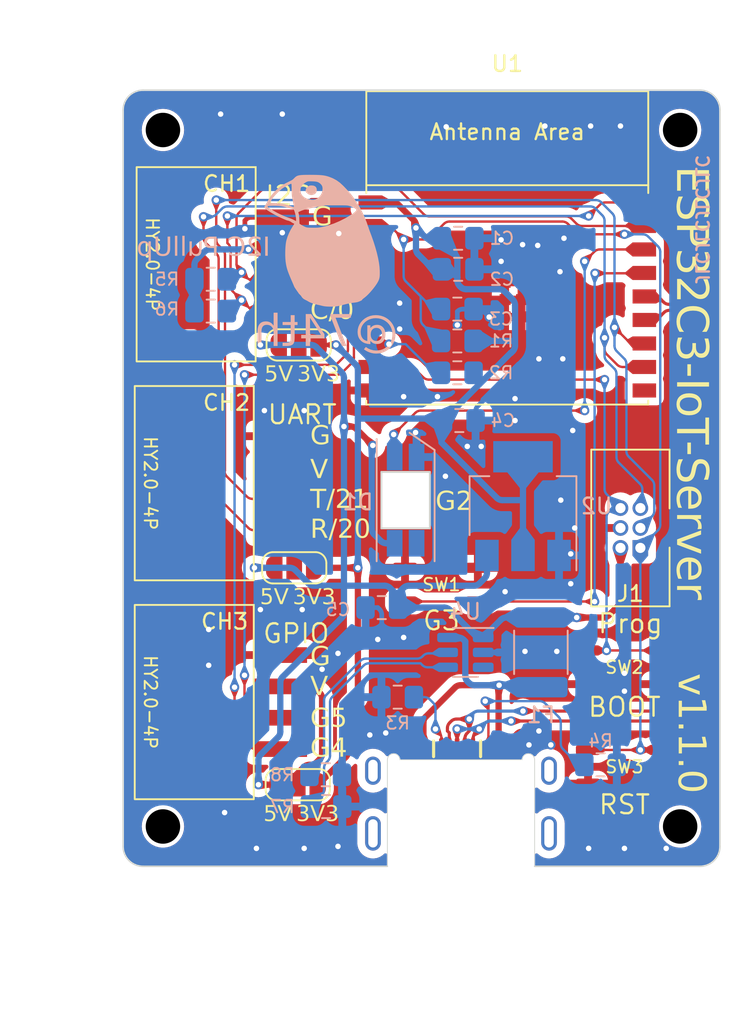
<source format=kicad_pcb>
(kicad_pcb (version 20221018) (generator pcbnew)
  (layers (0 "F.Cu" signal) (31 "B.Cu" signal) (34 "B.Paste" user) (35 "F.Paste" user) (36 "B.SilkS" user "B.Silkscreen") (37 "F.SilkS" user "F.Silkscreen") (38 "B.Mask" user) (39 "F.Mask" user) (44 "Edge.Cuts" user))
  (net 0 "")
  (net 1 "+3V3")
  (net 2 "GND")
  (net 3 "+5V")
  (net 4 "/EN")
  (net 5 "/G0")
  (net 6 "/G1")
  (net 7 "Net-(CH1-VCC)")
  (net 8 "/RX")
  (net 9 "/TX")
  (net 10 "Net-(CH2-VCC)")
  (net 11 "/G4")
  (net 12 "/G5")
  (net 13 "Net-(CH3-VCC)")
  (net 15 "/LED")
  (net 16 "Net-(J2-VBUS)")
  (net 17 "/USBD-")
  (net 18 "/USBD+")
  (net 19 "Net-(J2-CC1)")
  (net 20 "Net-(J2-CC2)")
  (net 21 "/BOOT")
  (net 22 "Net-(U1-GPIO8)")
  (net 23 "/G3")
  (net 27 "Net-(U4-EN#)")
  (net 28 "Net-(U4-ISET)")
  (footprint "$74th:M2-Hole" (layer "F.Cu") (at 166.37 116.84)
    (fp_text reference "M4" hide)
    (fp_text value "M2-Hole" hide)
  )
  (footprint "$74th:HY2.0_Socket_SMD_4Pin" (layer "F.Cu") (at 140.97 80.96 -90)
    (fp_text reference "CH1")
    (fp_text value "I2C")
  )
  (footprint "$74th:HY2.0_Socket_SMD_4Pin" (layer "F.Cu") (at 140.85 108.9 -90)
    (fp_text reference "CH3")
    (fp_text value "GPIO")
  )
  (footprint "$74th:USB-C-12-Pin-MidMount-ali-v5" (layer "F.Cu") (at 152.38 119.38)
    (fp_text reference "J2" hide)
    (fp_text value "USB2.0_C_v3")
    (fp_line (start -4.7 -6.8) (end -4.7 0) (stroke (width 0.05)) (layer "Edge.Cuts"))
    (fp_line (start 3.9 -6.8) (end -3.9 -6.8) (stroke (width 0.05)) (layer "Edge.Cuts"))
    (fp_line (start 4.7 -6.8) (end 4.7 0) (stroke (width 0.05)) (layer "Edge.Cuts"))
    (fp_arc (start -4.7 -6.8) (mid -4.3 -7.193079) (end -3.9 -6.8) (stroke (width 0.05)) (layer "Edge.Cuts"))
    (fp_arc (start 3.9 -6.8) (mid 4.3 -7.193079) (end 4.7 -6.8) (stroke (width 0.05)) (layer "Edge.Cuts"))
  )
  (footprint "$74th-imported:ESP32-C3-WROOM-02" (layer "F.Cu") (at 155.334 82.9128)
    (fp_text reference "U1")
    (fp_text value "ESP32-C3-WROOM-02")
  )
  (footprint "$74th:SKRPABE010" (layer "F.Cu") (at 151.13 101.405)
    (fp_text reference "SW1")
    (fp_text value "G3")
  )
  (footprint "$74th:SKRPABE010" (layer "F.Cu") (at 162.814 113.03 180)
    (fp_text reference "SW3")
    (fp_text value "RST")
  )
  (footprint "$74th:VCC_Selector_Jumper" (layer "F.Cu") (at 142.016 86.106)
    (fp_text reference "JP1" hide)
    (fp_text value "Jumper_3_Open")
  )
  (footprint "$74th:M2-Hole" (layer "F.Cu") (at 133.35 116.84)
    (fp_text reference "M3" hide)
    (fp_text value "M2-Hole" hide)
  )
  (footprint "$74th:BoxPinHeader_2x03_P1.27mm_Vertical" (layer "F.Cu") (at 163.195 97.79 180)
    (fp_text reference "J1")
    (fp_text value "Prog")
  )
  (footprint "$74th:VCC_Selector_Jumper" (layer "F.Cu") (at 141.732 100.33)
    (fp_text reference "JP2" hide)
    (fp_text value "Jumper_3_Open")
  )
  (footprint "$74th:VCC_Selector_Jumper" (layer "F.Cu") (at 141.956 114.173)
    (fp_text reference "JP3" hide)
    (fp_text value "Jumper_3_Open")
  )
  (footprint "$74th:SKRPABE010" (layer "F.Cu") (at 162.814 106.68 180)
    (fp_text reference "SW2")
    (fp_text value "BOOT")
  )
  (footprint "$74th:M2-Hole" (layer "F.Cu") (at 166.37 72.39)
    (fp_text reference "M2" hide)
    (fp_text value "M2-Hole" hide)
  )
  (footprint "$74th:M2-Hole" (layer "F.Cu") (at 133.35 72.39)
    (fp_text reference "M1" hide)
    (fp_text value "M2-Hole" hide)
  )
  (footprint "$74th:HY2.0_Socket_SMD_4Pin" (layer "F.Cu") (at 140.85 94.93 -90)
    (fp_text reference "CH2")
    (fp_text value "UART")
  )
  (footprint "$74th:Capacitor_0805_2012" (layer "B.Cu") (at 148.336 108.585 180)
    (fp_text reference "R3")
    (fp_text value "5.1k" hide)
  )
  (footprint "$74th:Capacitor_0805_2012" (layer "B.Cu") (at 152.146 85.852 180)
    (fp_text reference "R1")
    (fp_text value "10k" hide)
  )
  (footprint "$74th:JLCJLCJLCJLC" (layer "B.Cu") (at 167.767 78.105 90)
    (fp_text reference "REF**" hide)
    (fp_text value "JLCJLCJLCJLC")
  )
  (footprint "$74th:Capacitor_0805_2012" (layer "B.Cu") (at 152.1968 81.28)
    (fp_text reference "C2")
    (fp_text value "100n" hide)
  )
  (footprint "Package_TO_SOT_SMD:SOT-223-3_TabPin2" (layer "B.Cu") (at 156.337 96.393 90)
    (fp_text reference "U2")
    (fp_text value "AMS1117-3.3")
  )
  (footprint "$74th:Capacitor_0805_2012" (layer "B.Cu") (at 147.32 102.87 180)
    (fp_text reference "C5")
    (fp_text value "10u" hide)
  )
  (footprint "$74th:Capacitor_0805_2012" (layer "B.Cu") (at 136.398 81.915)
    (fp_text reference "R5")
    (fp_text value "10k" hide)
  )
  (footprint "$74th:Capacitor_0805_2012" (layer "B.Cu") (at 152.273 90.932)
    (fp_text reference "C4")
    (fp_text value "10u" hide)
  )
  (footprint "$74th:Fuse_1812_4532Metric_Pad1.30x3.40mm_HandSolder" (layer "B.Cu") (at 157.48 105.725 -90)
    (fp_text reference "F1")
    (fp_text value "Polyfuse")
  )
  (footprint "$74th:Capacitor_0805_2012" (layer "B.Cu") (at 136.398 83.947)
    (fp_text reference "R6")
    (fp_text value "10k" hide)
  )
  (footprint "$74th:Capacitor_0805_2012" (layer "B.Cu") (at 143.7425 113.538)
    (fp_text reference "R8")
    (fp_text value "42k" hide)
  )
  (footprint "$74th:74th-10mm" (layer "B.Cu") (at 143.764 79.883 180)
    (fp_text reference "G***" hide)
    (fp_text value "LOGO" hide)
  )
  (footprint "$74th:Capacitor_0805_2012" (layer "B.Cu") (at 152.1968 79.2988)
    (fp_text reference "C1")
    (fp_text value "1u" hide)
  )
  (footprint "$74th:Capacitor_0805_2012" (layer "B.Cu") (at 161.29 112.903)
    (fp_text reference "R4")
    (fp_text value "5.1k" hide)
  )
  (footprint "$74th:Capacitor_0805_2012" (layer "B.Cu") (at 152.146 87.884 180)
    (fp_text reference "R2")
    (fp_text value "10k" hide)
  )
  (footprint "Package_TO_SOT_SMD:SOT-23-6" (layer "B.Cu") (at 152.6595 105.73 180)
    (fp_text reference "U4")
    (fp_text value "CH217K")
  )
  (footprint "$74th:YS-SK6812MINI-E-BACK-RIGHT" (layer "B.Cu") (at 148.844 96.012 -90)
    (fp_text reference "D1")
    (fp_text value "SK6812MINI")
    (fp_line (start -1.8 -1.55) (end 1.8 -1.55) (stroke (width 0.12)) (layer "Edge.Cuts"))
    (fp_line (start -1.8 1.55) (end -1.8 -1.55) (stroke (width 0.12)) (layer "Edge.Cuts"))
    (fp_line (start 1.8 -1.55) (end 1.8 1.55) (stroke (width 0.12)) (layer "Edge.Cuts"))
    (fp_line (start 1.8 1.55) (end -1.8 1.55) (stroke (width 0.12)) (layer "Edge.Cuts"))
  )
  (footprint "$74th:Capacitor_0805_2012" (layer "B.Cu") (at 143.764 115.57)
    (fp_text reference "R7")
    (fp_text value "10k" hide)
  )
  (footprint "$74th:Capacitor_0805_2012" (layer "B.Cu") (at 152.146 83.82)
    (fp_text reference "C3")
    (fp_text value "100n" hide)
  )
  (footprint "$74th:twitter" (layer "B.Cu") (at 140.081 84.963 180)
    (fp_text reference "REF**" hide)
    (fp_text value "twitter" hide)
  )
  (gr_arc (start 132.08 119.38) (mid 131.181974 119.008026) (end 130.81 118.11) (stroke (width 0.1)) (layer "Edge.Cuts"))
  (gr_line (start 147.68 119.38) (end 132.08 119.38) (stroke (width 0.1)) (layer "Edge.Cuts"))
  (gr_arc (start 168.91 118.11) (mid 168.538026 119.008026) (end 167.64 119.38) (stroke (width 0.1)) (layer "Edge.Cuts"))
  (gr_line (start 167.64 69.85) (end 132.08 69.85) (stroke (width 0.1)) (layer "Edge.Cuts"))
  (gr_line (start 130.81 71.12) (end 130.81 118.11) (stroke (width 0.1)) (layer "Edge.Cuts"))
  (gr_line (start 167.64 119.38) (end 157.08 119.38) (stroke (width 0.1)) (layer "Edge.Cuts"))
  (gr_arc (start 130.81 71.12) (mid 131.181974 70.221974) (end 132.08 69.85) (stroke (width 0.1)) (layer "Edge.Cuts"))
  (gr_arc (start 167.64 69.85) (mid 168.538026 70.221974) (end 168.91 71.12) (stroke (width 0.1)) (layer "Edge.Cuts"))
  (gr_line (start 168.91 71.12) (end 168.91 118.11) (stroke (width 0.1)) (layer "Edge.Cuts"))
  (gr_text "I2C PullUp" (at 140.208 80.6196) (layer "B.SilkS") (effects (font (size 1.2 1.2) (thickness 0.12)) (justify left bottom mirror)))
  (gr_text "G2" (at 150.749 96.139) (layer "F.SilkS") (effects (font (size 1.2 1.2) (thickness 0.12)) (justify left)))
  (gr_text "v1.1.0" (at 167.005 107.061 270) (layer "F.SilkS") (effects (font (size 1.75 1.75) (thickness 0.12)) (justify left)))
  (gr_text "G" (at 142.875 77.978) (layer "F.SilkS") (effects (font (size 1.2 1.2) (thickness 0.12)) (justify left)))
  (gr_text "G5" (at 142.748 109.982) (layer "F.SilkS") (effects (font (size 1.2 1.2) (thickness 0.12)) (justify left)))
  (gr_text "V" (at 142.875 80.01) (layer "F.SilkS") (effects (font (size 1.2 1.2) (thickness 0.12)) (justify left)))
  (gr_text "G" (at 142.748 91.948) (layer "F.SilkS") (effects (font (size 1.2 1.2) (thickness 0.12)) (justify left)))
  (gr_text "D/1" (at 142.748 82.042) (layer "F.SilkS") (effects (font (size 1.2 1.2) (thickness 0.12)) (justify left)))
  (gr_text "R/20" (at 142.748 97.917) (layer "F.SilkS") (effects (font (size 1.2 1.2) (thickness 0.12)) (justify left)))
  (gr_text "ESP32C3-IoT-Server" (at 167.005 74.676 270) (layer "F.SilkS") (effects (font (size 2 2) (thickness 0.12)) (justify left)))
  (gr_text "C/0" (at 142.748 83.947) (layer "F.SilkS") (effects (font (size 1.2 1.2) (thickness 0.12)) (justify left)))
  (gr_text "G4" (at 142.748 111.887) (layer "F.SilkS") (effects (font (size 1.2 1.2) (thickness 0.12)) (justify left)))
  (gr_text "V" (at 142.748 94.107) (layer "F.SilkS") (effects (font (size 1.2 1.2) (thickness 0.12)) (justify left)))
  (gr_text "V" (at 142.748 107.95) (layer "F.SilkS") (effects (font (size 1.2 1.2) (thickness 0.12)) (justify left)))
  (gr_text "T/21" (at 142.748 96.012) (layer "F.SilkS") (effects (font (size 1.2 1.2) (thickness 0.12)) (justify left)))
  (gr_text "G" (at 142.748 106.045) (layer "F.SilkS") (effects (font (size 1.2 1.2) (thickness 0.12)) (justify left)))
  (segment (start 143.032 100.33) (end 145.796 100.33) (width 0.4) (layer "F.Cu") (net 1))
  (segment (start 145.307447 109.073553) (end 145.649554 108.731446) (width 0.4) (layer "F.Cu") (net 1))
  (segment (start 143.256 114.173) (end 145.014554 112.414446) (width 0.4) (layer "F.Cu") (net 1))
  (segment (start 149.357953 78.136353) (end 148.380846 77.159246) (width 0.4) (layer "F.Cu") (net 1))
  (segment (start 149.5044 78.6384) (end 149.5044 78.489907) (width 0.4) (layer "F.Cu") (net 1))
  (segment (start 145.161 112.060893) (end 145.161 109.427107) (width 0.4) (layer "F.Cu") (net 1))
  (segment (start 144.399 86.106) (end 143.316 86.106) (width 0.25) (layer "F.Cu") (net 1))
  (segment (start 145.796 108.377893) (end 145.796 100.33) (width 0.4) (layer "F.Cu") (net 1))
  (segment (start 148.027293 77.0128) (end 146.584 77.0128) (width 0.4) (layer "F.Cu") (net 1))
  (via (at 144.399 86.106) (size 0.6) (drill 0.35) (layers "F.Cu" "B.Cu") (net 1))
  (via (at 145.796 100.33) (size 0.6) (drill 0.35) (layers "F.Cu" "B.Cu") (net 1))
  (via (at 149.5044 78.6384) (size 0.6) (drill 0.35) (layers "F.Cu" "B.Cu") (net 1))
  (arc (start 148.380846 77.159246) (mid 148.218634 77.05086) (end 148.027293 77.0128) (width 0.4) (layer "F.Cu") (net 1))
  (arc (start 145.307447 109.073553) (mid 145.19906 109.235765) (end 145.161 109.427107) (width 0.4) (layer "F.Cu") (net 1))
  (arc (start 149.5044 78.489907) (mid 149.46634 78.298565) (end 149.357953 78.136353) (width 0.4) (layer "F.Cu") (net 1))
  (arc (start 145.014554 112.414446) (mid 145.12294 112.252234) (end 145.161 112.060893) (width 0.4) (layer "F.Cu") (net 1))
  (arc (start 145.796 108.377893) (mid 145.75794 108.569234) (end 145.649554 108.731446) (width 0.4) (layer "F.Cu") (net 1))
  (segment (start 149.5044 78.6384) (end 149.5044 79.976793) (width 0.4) (layer "B.Cu") (net 1))
  (segment (start 145.796 100.33) (end 145.796 90.805) (width 0.4) (layer "B.Cu") (net 1))
  (segment (start 152.146 81.788) (end 152.146 81.987293) (width 0.4) (layer "B.Cu") (net 1))
  (segment (start 149.5044 78.6384) (end 150.018354 79.152354) (width 0.4) (layer "B.Cu") (net 1))
  (segment (start 149.650847 80.330347) (end 151.1085 81.788) (width 0.4) (layer "B.Cu") (net 1))
  (segment (start 152.708707 82.55) (end 154.809093 82.55) (width 0.4) (layer "B.Cu") (net 1))
  (segment (start 155.575 86.614) (end 155.682554 86.506446) (width 0.4) (layer "B.Cu") (net 1))
  (segment (start 151.1593 81.28) (end 151.430893 81.28) (width 0.4) (layer "B.Cu") (net 1))
  (segment (start 151.2355 90.932) (end 155.5535 86.614) (width 0.4) (layer "B.Cu") (net 1))
  (segment (start 156.337 99.543) (end 156.337 96.012) (width 0.4) (layer "B.Cu") (net 1))
  (segment (start 152.292447 82.340847) (end 152.355154 82.403554) (width 0.4) (layer "B.Cu") (net 1))
  (segment (start 155.829 83.569907) (end 155.829 85.852) (width 0.4) (layer "B.Cu") (net 1))
  (segment (start 152.146 80.674307) (end 152.146 81.788) (width 0.4) (layer "B.Cu") (net 1))
  (segment (start 145.796 90.805) (end 145.796 87.710107) (width 0.4) (layer "B.Cu") (net 1))
  (segment (start 156.337 96.012) (end 156.337 93.243) (width 0.4) (layer "B.Cu") (net 1))
  (segment (start 150.371907 79.2988) (end 151.1593 79.2988) (width 0.4) (layer "B.Cu") (net 1))
  (segment (start 156.337 96.012) (end 155.020107 96.012) (width 0.4) (layer "B.Cu") (net 1))
  (segment (start 151.13 92.202) (end 151.13 91.0375) (width 0.4) (layer "B.Cu") (net 1))
  (segment (start 151.13 92.329) (end 151.13 92.202) (width 0.4) (layer "B.Cu") (net 1))
  (segment (start 155.5535 86.614) (end 155.575 86.614) (width 0.4) (layer "B.Cu") (net 1))
  (segment (start 145.796 90.805) (end 151.1085 90.805) (width 0.4) (layer "B.Cu") (net 1))
  (segment (start 151.1593 79.4805) (end 151.999554 80.320754) (width 0.4) (layer "B.Cu") (net 1))
  (segment (start 154.666553 95.865553) (end 151.13 92.329) (width 0.4) (layer "B.Cu") (net 1))
  (segment (start 155.162647 82.696447) (end 155.682554 83.216354) (width 0.4) (layer "B.Cu") (net 1))
  (segment (start 153.4375 85.852) (end 155.829 85.852) (width 0.4) (layer "B.Cu") (net 1))
  (segment (start 155.829 86.152893) (end 155.829 85.852) (width 0.4) (layer "B.Cu") (net 1))
  (segment (start 145.649553 87.356553) (end 144.399 86.106) (width 0.4) (layer "B.Cu") (net 1))
  (segment (start 151.784447 81.426447) (end 152.146 81.788) (width 0.4) (layer "B.Cu") (net 1))
  (arc (start 155.162647 82.696447) (mid 155.000435 82.58806) (end 154.809093 82.55) (width 0.4) (layer "B.Cu") (net 1))
  (arc (start 155.682554 86.506446) (mid 155.79094 86.344234) (end 155.829 86.152893) (width 0.4) (layer "B.Cu") (net 1))
  (arc (start 152.146 80.674307) (mid 152.10794 80.482966) (end 151.999554 80.320754) (width 0.4) (layer "B.Cu") (net 1))
  (arc (start 154.666553 95.865553) (mid 154.828765 95.97394) (end 155.020107 96.012) (width 0.4) (layer "B.Cu") (net 1))
  (arc (start 149.650847 80.330347) (mid 149.54246 80.168135) (end 149.5044 79.976793) (width 0.4) (layer "B.Cu") (net 1))
  (arc (start 145.649553 87.356553) (mid 145.75794 87.518765) (end 145.796 87.710107) (width 0.4) (layer "B.Cu") (net 1))
  (arc (start 152.146 81.987293) (mid 152.18406 82.178635) (end 152.292447 82.340847) (width 0.4) (layer "B.Cu") (net 1))
  (arc (start 152.355154 82.403554) (mid 152.517366 82.51194) (end 152.708707 82.55) (width 0.4) (layer "B.Cu") (net 1))
  (arc (start 151.430893 81.28) (mid 151.622235 81.31806) (end 151.784447 81.426447) (width 0.4) (layer "B.Cu") (net 1))
  (arc (start 150.371907 79.2988) (mid 150.180566 79.26074) (end 150.018354 79.152354) (width 0.4) (layer "B.Cu") (net 1))
  (arc (start 155.682554 83.216354) (mid 155.79094 83.378566) (end 155.829 83.569907) (width 0.4) (layer "B.Cu") (net 1))
  (segment (start 138.5824 78.6892) (end 138.5824 78.1706) (width 0.3) (layer "F.Cu") (net 2))
  (segment (start 140.97 77.96) (end 143.335693 77.96) (width 0.3) (layer "F.Cu") (net 2))
  (segment (start 155.726447 111.100553) (end 155.936554 110.890446) (width 0.3) (layer "F.Cu") (net 2))
  (segment (start 143.689247 78.106447) (end 144.5768 78.994) (width 0.3) (layer "F.Cu") (net 2))
  (segment (start 140.97 77.96) (end 140.97 78.9432) (width 0.3) (layer "F.Cu") (net 2))
  (segment (start 138.5824 78.1706) (end 138.646554 78.106446) (width 0.3) (layer "F.Cu") (net 2))
  (segment (start 155.58 111.855) (end 156.288893 111.855) (width 0.3) (layer "F.Cu") (net 2))
  (segment (start 156.642447 111.708553) (end 156.718 111.633) (width 0.3) (layer "F.Cu") (net 2))
  (segment (start 162.56 97.79) (end 159.639 97.79) (width 0.3) (layer "F.Cu") (net 2))
  (segment (start 156.290107 110.744) (end 157.353 110.744) (width 0.3) (layer "F.Cu") (net 2))
  (segment (start 139.000107 77.96) (end 140.97 77.96) (width 0.3) (layer "F.Cu") (net 2))
  (via (at 137.287 115.951) (size 0.6) (drill 0.35) (layers "F.Cu" "B.Cu") (net 2))
  (via (at 140.97 71.374) (size 0.6) (drill 0.35) (layers "F.Cu" "B.Cu") (net 2))
  (via (at 139.319 118.237) (size 0.6) (drill 0.35) (layers "F.Cu" "B.Cu") (net 2))
  (via (at 160.528 118.237) (size 0.6) (drill 0.35) (layers "F.Cu" "B.Cu") (net 2))
  (via (at 162.814 118.237) (size 0.6) (drill 0.35) (layers "F.Cu" "B.Cu") (net 2))
  (via (at 152.781 92.583) (size 0.6) (drill 0.35) (layers "F.Cu" "B.Cu") (net 2))
  (via (at 139.573 102.997) (size 0.6) (drill 0.35) (layers "F.Cu" "B.Cu") (net 2))
  (via (at 157.734 72.136) (size 0.6) (drill 0.35) (layers "F.Cu" "B.Cu") (net 2))
  (via (at 156.464 105.664) (size 0.6) (drill 0.35) (layers "F.Cu" "B.Cu") (net 2))
  (via (at 144.526 118.11) (size 0.6) (drill 0.35) (layers "F.Cu" "B.Cu") (net 2))
  (via (at 159.385 99.441) (size 0.6) (drill 0.35) (layers "F.Cu" "B.Cu") (net 2))
  (via (at 152.146 84.836) (size 0.6) (drill 0.35) (layers "F.Cu" "B.Cu") (net 2))
  (via (at 136.271 106.553) (size 0.6) (drill 0.35) (layers "F.Cu" "B.Cu") (net 2))
  (via (at 142.367 90.297) (size 0.6) (drill 0.35) (layers "F.Cu" "B.Cu") (net 2))
  (via (at 136.271 104.267) (size 0.6) (drill 0.35) (layers "F.Cu" "B.Cu") (net 2))
  (via (at 158.6992 81.4324) (size 0.6) (drill 0.35) (layers "F.Cu" "B.Cu") (net 2))
  (via (at 147.574 110.871) (size 0.6) (drill 0.35) (layers "F.Cu" "B.Cu") (net 2))
  (via (at 160.655 72.136) (size 0.6) (drill 0.35) (layers "F.Cu" "B.Cu") (net 2))
  (via (at 155.829 90.932) (size 0.6) (drill 0.35) (layers "F.Cu" "B.Cu") (net 2))
  (via (at 155.194 101.854) (size 0.6) (drill 0.35) (layers "F.Cu" "B.Cu") (net 2))
  (via (at 148.463 85.09) (size 0.6) (drill 0.35) (layers "F.Cu" "B.Cu") (net 2))
  (via (at 140.97 78.9432) (size 0.6) (drill 0.35) (layers "F.Cu" "B.Cu") (net 2))
  (via (at 162.814 107.061) (size 0.6) (drill 0.35) (layers "F.Cu" "B.Cu") (net 2))
  (via (at 146.558 110.998) (size 0.6) (drill 0.35) (layers "F.Cu" "B.Cu") (net 2))
  (via (at 137.033 71.374) (size 0.6) (drill 0.35) (layers "F.Cu" "B.Cu") (net 2))
  (via (at 158.75 96.012) (size 0.6) (drill 0.35) (layers "F.Cu" "B.Cu") (net 2))
  (via (at 144.5768 78.994) (size 0.6) (drill 0.35) (layers "F.Cu" "B.Cu") (net 2))
  (via (at 142.24 102.997) (size 0.6) (drill 0.35) (layers "F.Cu" "B.Cu") (net 2))
  (via (at 159.639 97.79) (size 0.6) (drill 0.35) (layers "F.Cu" "B.Cu") (net 2))
  (via (at 165.481 118.237) (size 0.6) (drill 0.35) (layers "F.Cu" "B.Cu") (net 2))
  (via (at 139.827 90.297) (size 0.6) (drill 0.35) (layers "F.Cu" "B.Cu") (net 2))
  (via (at 158.9532 79.2988) (size 0.6) (drill 0.35) (layers "F.Cu" "B.Cu") (net 2))
  (via (at 157.353 110.744) (size 0.6) (drill 0.35) (layers "F.Cu" "B.Cu") (net 2))
  (via (at 150.876 89.408) (size 0.6) (drill 0.35) (layers "F.Cu" "B.Cu") (net 2))
  (via (at 156.718 111.633) (size 0.6) (drill 0.35) (layers "F.Cu" "B.Cu") (net 2))
  (via (at 138.5824 78.6892) (size 0.6) (drill 0.35) (layers "F.Cu" "B.Cu") (net 2))
  (via (at 154.178 84.328) (size 0.6) (drill 0.35) (layers "F.Cu" "B.Cu") (net 2))
  (via (at 158.877 86.995) (size 0.6) (drill 0.35) (layers "F.Cu" "B.Cu") (net 2))
  (via (at 154.94 80.772) (size 0.6) (drill 0.35) (layers "F.Cu" "B.Cu") (net 2))
  (via (at 153.67 92.583) (size 0.6) (drill 0.35) (layers "F.Cu" "B.Cu") (net 2))
  (via (at 155.829 89.535) (size 0.6) (drill 0.35) (layers "F.Cu" "B.Cu") (net 2))
  (via (at 156.3116 79.7052) (size 0.6) (drill 0.35) (layers "F.Cu" "B.Cu") (net 2))
  (via (at 151.384 94.488) (size 0.6) (drill 0.35) (layers "F.Cu" "B.Cu") (net 2))
  (via (at 151.4348 72.1868) (size 0.6) (drill 0.35) (layers "F.Cu" "B.Cu") (net 2))
  (via (at 157.2768 79.756) (size 0.6) (drill 0.35) (layers "F.Cu" "B.Cu") (net 2))
  (via (at 159.512 91.567) (size 0.6) (drill 0.35) (layers "F.Cu" "B.Cu") (net 2))
  (via (at 157.353 86.995) (size 0.6) (drill 0.35) (layers "F.Cu" "B.Cu") (net 2))
  (via (at 162.56 72.136) (size 0.6) (drill 0.35) (layers "F.Cu" "B.Cu") (net 2))
  (via (at 142.367 118.237) (size 0.6) (drill 0.35) (layers "F.Cu" "B.Cu") (net 2))
  (via (at 148.717 89.408) (size 0.6) (drill 0.35) (layers "F.Cu" "B.Cu") (net 2))
  (via (at 148.463 83.439) (size 0.6) (drill 0.35) (layers "F.Cu" "B.Cu") (net 2))
  (via (at 158.496 105.664) (size 0.6) (drill 0.35) (layers "F.Cu" "B.Cu") (net 2))
  (via (at 159.385 101.346) (size 0.6) (drill 0.35) (layers "F.Cu" "B.Cu") (net 2))
  (via (at 162.814 108.204) (size 0.6) (drill 0.35) (layers "F.Cu" "B.Cu") (net 2))
  (via (at 158.115 111.633) (size 0.6) (drill 0.35) (layers "F.Cu" "B.Cu") (net 2))
  (via (at 149.479 91.694) (size 0.6) (drill 0.35) (layers "F.Cu" "B.Cu") (net 2))
  (via (at 147.066 104.902) (size 0.6) (drill 0.35) (layers "F.Cu" "B.Cu") (net 2))
  (via (at 143.51 106.807) (size 0.6) (drill 0.35) (layers "F.Cu" "B.Cu") (net 2))
  (via (at 148.717 104.775) (size 0.6) (drill 0.35) (layers "F.Cu" "B.Cu") (net 2))
  (via (at 154.94 79.4004) (size 0.6) (drill 0.35) (layers "F.Cu" "B.Cu") (net 2))
  (via (at 144.526 105.791) (size 0.6) (drill 0.35) (layers "F.Cu" "B.Cu") (net 2))
  (arc (start 156.642447 111.708553) (mid 156.480235 111.81694) (end 156.288893 111.855) (width 0.3) (layer "F.Cu") (net 2))
  (arc (start 139.000107 77.96) (mid 138.808766 77.99806) (end 138.646554 78.106446) (width 0.3) (layer "F.Cu") (net 2))
  (arc (start 156.290107 110.744) (mid 156.098766 110.78206) (end 155.936554 110.890446) (width 0.3) (layer "F.Cu") (net 2))
  (arc (start 155.726447 111.100553) (mid 155.61806 111.262765) (end 155.58 111.454107) (width 0.3) (layer "F.Cu") (net 2))
  (arc (start 143.689247 78.106447) (mid 143.527035 77.99806) (end 143.335693 77.96) (width 0.3) (layer "F.Cu") (net 2))
  (segment (start 148.717 104.775) (end 148.163874 104.775) (width 0.3) (layer "B.Cu") (net 2))
  (segment (start 153.456947 90.002053) (end 153.777554 89.681446) (width 0.3) (layer "B.Cu") (net 2))
  (segment (start 153.3105 90.932) (end 153.3105 90.355607) (width 0.3) (layer "B.Cu") (net 2))
  (segment (start 147.32 103.932893) (end 147.32 103.331107) (width 0.3) (layer "B.Cu") (net 2))
  (segment (start 153.1835 83.82) (end 153.462893 83.82) (width 0.3) (layer "B.Cu") (net 2))
  (segment (start 146.2825 104.292393) (end 146.2825 102.87) (width 0.3) (layer "B.Cu") (net 2))
  (segment (start 153.816447 83.966447) (end 154.178 84.328) (width 0.3) (layer "B.Cu") (net 2))
  (segment (start 153.3105 90.932) (end 153.3105 91.508393) (width 0.3) (layer "B.Cu") (net 2))
  (segment (start 154.131107 89.535) (end 155.829 89.535) (width 0.3) (layer "B.Cu") (net 2))
  (segment (start 152.146 84.836) (end 152.146 83.9724) (width 0.3) (layer "B.Cu") (net 2))
  (segment (start 147.81032 104.628553) (end 147.4209 104.239133) (width 0.3) (layer "B.Cu") (net 2))
  (segment (start 147.066 104.902) (end 146.893866 104.902) (width 0.3) (layer "B.Cu") (net 2))
  (segment (start 146.540312 104.755553) (end 146.383396 104.598637) (width 0.3) (layer "B.Cu") (net 2))
  (segment (start 147.066 102.87) (end 146.2825 102.87) (width 0.3) (layer "B.Cu") (net 2))
  (segment (start 147.173553 102.977553) (end 147.066 102.87) (width 0.3) (layer "B.Cu") (net 2))
  (segment (start 154.224893 81.28) (end 153.4375 81.28) (width 0.3) (layer "B.Cu") (net 2))
  (segment (start 154.94 80.772) (end 154.578446 81.133554) (width 0.3) (layer "B.Cu") (net 2))
  (segment (start 152.146 83.9724) (end 152.151954 83.966446) (width 0.3) (layer "B.Cu") (net 2))
  (segment (start 153.3105 90.932) (end 155.829 90.932) (width 0.3) (layer "B.Cu") (net 2))
  (segment (start 152.505507 83.82) (end 153.1835 83.82) (width 0.3) (layer "B.Cu") (net 2))
  (arc (start 153.456947 90.002053) (mid 153.34856 90.164265) (end 153.3105 90.355607) (width 0.3) (layer "B.Cu") (net 2))
  (arc (start 152.505507 83.82) (mid 152.314166 83.85806) (end 152.151954 83.966446) (width 0.3) (layer "B.Cu") (net 2))
  (arc (start 146.540312 104.755553) (mid 146.702524 104.86394) (end 146.893866 104.902) (width 0.3) (layer "B.Cu") (net 2))
  (arc (start 148.163874 104.775) (mid 147.972532 104.73694) (end 147.81032 104.628553) (width 0.3) (layer "B.Cu") (net 2))
  (arc (start 146.383396 104.598637) (mid 146.309033 104.453114) (end 146.2825 104.292393) (width 0.3) (layer "B.Cu") (net 2))
  (arc (start 153.816447 83.966447) (mid 153.654235 83.85806) (end 153.462893 83.82) (width 0.3) (layer "B.Cu") (net 2))
  (arc (start 147.32 103.331107) (mid 147.28194 103.139765) (end 147.173553 102.977553) (width 0.3) (layer "B.Cu") (net 2))
  (arc (start 154.224893 81.28) (mid 154.416234 81.24194) (end 154.578446 81.133554) (width 0.3) (layer "B.Cu") (net 2))
  (arc (start 147.4209 104.239133) (mid 147.346533 104.093614) (end 147.32 103.932893) (width 0.3) (layer "B.Cu") (net 2))
  (arc (start 153.777554 89.681446) (mid 153.939766 89.57306) (end 154.131107 89.535) (width 0.3) (layer "B.Cu") (net 2))
  (segment (start 145.334893 91.313) (end 144.907 91.313) (width 0.4) (layer "F.Cu") (net 3))
  (segment (start 146.7485 92.5195) (end 145.7325 91.5035) (width 0.4) (layer "F.Cu") (net 3))
  (segment (start 140.716 86.106) (end 139.573 86.106) (width 0.4) (layer "F.Cu") (net 3))
  (segment (start 161.817447 103.358553) (end 162.413554 102.762446) (width 0.4) (layer "F.Cu") (net 3))
  (segment (start 139.446 114.173) (end 140.656 114.173) (width 0.4) (layer "F.Cu") (net 3))
  (segment (start 159.766 103.505) (end 161.463893 103.505) (width 0.4) (layer "F.Cu") (net 3))
  (segment (start 162.56 102.408893) (end 162.56 99.06) (width 0.4) (layer "F.Cu") (net 3))
  (segment (start 139.192 100.33) (end 140.432 100.33) (width 0.4) (layer "F.Cu") (net 3))
  (segment (start 145.7325 91.5035) (end 145.688446 91.459446) (width 0.4) (layer "F.Cu") (net 3))
  (via (at 146.7485 92.5195) (size 0.6) (drill 0.35) (layers "F.Cu" "B.Cu") (net 3))
  (via (at 139.192 100.33) (size 0.6) (drill 0.35) (layers "F.Cu" "B.Cu") (net 3))
  (via (at 159.766 103.505) (size 0.6) (drill 0.35) (layers "F.Cu" "B.Cu") (net 3))
  (via (at 144.907 91.313) (size 0.6) (drill 0.35) (layers "F.Cu" "B.Cu") (net 3))
  (via (at 139.573 86.106) (size 0.6) (drill 0.35) (layers "F.Cu" "B.Cu") (net 3))
  (via (at 139.446 114.173) (size 0.6) (drill 0.35) (layers "F.Cu" "B.Cu") (net 3))
  (arc (start 162.56 102.408893) (mid 162.52194 102.600234) (end 162.413554 102.762446) (width 0.4) (layer "F.Cu") (net 3))
  (arc (start 145.334893 91.313) (mid 145.526234 91.35106) (end 145.688446 91.459446) (width 0.4) (layer "F.Cu") (net 3))
  (arc (start 161.463893 103.505) (mid 161.655235 103.46694) (end 161.817447 103.358553) (width 0.4) (layer "F.Cu") (net 3))
  (segment (start 148.503947 101.813053) (end 148.697554 101.619446) (width 0.4) (layer "B.Cu") (net 3))
  (segment (start 153.562447 101.326553) (end 153.890554 100.998446) (width 0.4) (layer "B.Cu") (net 3))
  (segment (start 143.148447 86.252447) (end 144.760554 87.864554) (width 0.4) (layer "B.Cu") (net 3))
  (segment (start 148.3575 102.87) (end 148.3575 102.166607) (width 0.4) (layer "B.Cu") (net 3))
  (segment (start 141.79834 100.476447) (end 142.648447 101.326554) (width 0.4) (layer "B.Cu") (net 3))
  (segment (start 143.002 101.473) (end 144.907 101.473) (width 0.4) (layer "B.Cu") (net 3))
  (segment (start 144.907 101.473) (end 144.907 103.170893) (width 0.4) (layer "B.Cu") (net 3))
  (segment (start 147.493893 101.473) (end 144.907 101.473) (width 0.4) (layer "B.Cu") (net 3))
  (segment (start 148.3575 102.87) (end 148.3575 102.336607) (width 0.4) (layer "B.Cu") (net 3))
  (segment (start 149.051107 101.473) (end 153.208893 101.473) (width 0.4) (layer "B.Cu") (net 3))
  (segment (start 155.279107 103.5) (end 157.48 103.5) (width 0.4) (layer "B.Cu") (net 3))
  (segment (start 154.037 100.644893) (end 154.037 99.543) (width 0.4) (layer "B.Cu") (net 3))
  (segment (start 159.761 103.5) (end 159.766 103.505) (width 0.4) (layer "B.Cu") (net 3))
  (segment (start 157.48 103.5) (end 159.761 103.5) (width 0.4) (layer "B.Cu") (net 3))
  (segment (start 140.696553 111.144447) (end 139.592446 112.248554) (width 0.4) (layer "B.Cu") (net 3))
  (segment (start 153.797 104.775) (end 154.925554 103.646446) (width 0.4) (layer "B.Cu") (net 3))
  (segment (start 146.685 97.836893) (end 146.685 92.583) (width 0.4) (layer "B.Cu") (net 3))
  (segment (start 148.211053 101.983053) (end 147.847446 101.619446) (width 0.4) (layer "B.Cu") (net 3))
  (segment (start 139.192 100.33) (end 141.444786 100.33) (width 0.4) (layer "B.Cu") (net 3))
  (segment (start 139.573 86.106) (end 142.794893 86.106) (width 0.4) (layer "B.Cu") (net 3))
  (segment (start 151.303893 102.87) (end 148.3575 102.87) (width 0.4) (layer "B.Cu") (net 3))
  (segment (start 139.446 112.602107) (end 139.446 114.173) (width 0.4) (layer "B.Cu") (net 3))
  (segment (start 146.685 92.583) (end 146.7485 92.5195) (width 0.4) (layer "B.Cu") (net 3))
  (segment (start 140.843 107.649107) (end 140.843 110.790893) (width 0.4) (layer "B.Cu") (net 3))
  (segment (start 144.907 91.313) (end 144.907 101.473) (width 0.4) (layer "B.Cu") (net 3))
  (segment (start 144.760553 103.524447) (end 140.989446 107.295554) (width 0.4) (layer "B.Cu") (net 3))
  (segment (start 147.256553 98.615553) (end 146.831446 98.190446) (width 0.4) (layer "B.Cu") (net 3))
  (segment (start 153.274553 104.633553) (end 151.657446 103.016446) (width 0.4) (layer "B.Cu") (net 3))
  (segment (start 148.144 98.762) (end 147.610107 98.762) (width 0.4) (layer "B.Cu") (net 3))
  (segment (start 144.907 88.218107) (end 144.907 91.313) (width 0.4) (layer "B.Cu") (net 3))
  (arc (start 140.696553 111.144447) (mid 140.80494 110.982235) (end 140.843 110.790893) (width 0.4) (layer "B.Cu") (net 3))
  (arc (start 155.279107 103.5) (mid 155.087766 103.53806) (end 154.925554 103.646446) (width 0.4) (layer "B.Cu") (net 3))
  (arc (start 154.037 100.644893) (mid 153.99894 100.836234) (end 153.890554 100.998446) (width 0.4) (layer "B.Cu") (net 3))
  (arc (start 147.610107 98.762) (mid 147.418765 98.72394) (end 147.256553 98.615553) (width 0.4) (layer "B.Cu") (net 3))
  (arc (start 148.3575 102.166607) (mid 148.39556 101.975265) (end 148.503947 101.813053) (width 0.4) (layer "B.Cu") (net 3))
  (arc (start 153.628107 104.78) (mid 153.436765 104.74194) (end 153.274553 104.633553) (width 0.4) (layer "B.Cu") (net 3))
  (arc (start 147.847446 101.619446) (mid 147.685234 101.51106) (end 147.493893 101.473) (width 0.4) (layer "B.Cu") (net 3))
  (arc (start 146.831446 98.190446) (mid 146.72306 98.028234) (end 146.685 97.836893) (width 0.4) (layer "B.Cu") (net 3))
  (arc (start 148.211053 101.983053) (mid 148.31944 102.145265) (end 148.3575 102.336607) (width 0.4) (layer "B.Cu") (net 3))
  (arc (start 144.907 103.170893) (mid 144.86894 103.362235) (end 144.760553 103.524447) (width 0.4) (layer "B.Cu") (net 3))
  (arc (start 144.760554 87.864554) (mid 144.86894 88.026766) (end 144.907 88.218107) (width 0.4) (layer "B.Cu") (net 3))
  (arc (start 141.79834 100.476447) (mid 141.636128 100.36806) (end 141.444786 100.33) (width 0.4) (layer "B.Cu") (net 3))
  (arc (start 153.208893 101.473) (mid 153.400235 101.43494) (end 153.562447 101.326553) (width 0.4) (layer "B.Cu") (net 3))
  (arc (start 139.446 112.602107) (mid 139.48406 112.410766) (end 139.592446 112.248554) (width 0.4) (layer "B.Cu") (net 3))
  (arc (start 151.303893 102.87) (mid 151.495234 102.90806) (end 151.657446 103.016446) (width 0.4) (layer "B.Cu") (net 3))
  (arc (start 142.794893 86.106) (mid 142.986235 86.14406) (end 143.148447 86.252447) (width 0.4) (layer "B.Cu") (net 3))
  (arc (start 149.051107 101.473) (mid 148.859766 101.51106) (end 148.697554 101.619446) (width 0.4) (layer "B.Cu") (net 3))
  (arc (start 142.648447 101.326554) (mid 142.810659 101.43494) (end 143.002 101.473) (width 0.4) (layer "B.Cu") (net 3))
  (arc (start 140.843 107.649107) (mid 140.88106 107.457766) (end 140.989446 107.295554) (width 0.4) (layer "B.Cu") (net 3))
  (segment (start 150.084693 79.375) (end 148.717 79.375) (width 0.15) (layer "F.Cu") (net 4))
  (segment (start 162.814 79.0448) (end 160.074707 79.0448) (width 0.15) (layer "F.Cu") (net 4))
  (segment (start 151.288353 78.378447) (end 150.438246 79.228554) (width 0.15) (layer "F.Cu") (net 4))
  (segment (start 146.584 78.5128) (end 147.647693 78.5128) (width 0.15) (layer "F.Cu") (net 4))
  (segment (start 165.139 111.955) (end 163.83 111.955) (width 0.15) (layer "F.Cu") (net 4))
  (segment (start 148.001247 78.659247) (end 148.717 79.375) (width 0.15) (layer "F.Cu") (net 4))
  (segment (start 151.641907 78.232) (end 158.847693 78.232) (width 0.15) (layer "F.Cu") (net 4))
  (segment (start 159.201247 78.378447) (end 159.721153 78.898353) (width 0.15) (layer "F.Cu") (net 4))
  (segment (start 160.489 111.955) (end 163.83 111.955) (width 0.15) (layer "F.Cu") (net 4))
  (via (at 148.717 79.375) (size 0.6) (drill 0.35) (layers "F.Cu" "B.Cu") (net 4))
  (via (at 162.814 79.0448) (size 0.6) (drill 0.35) (layers "F.Cu" "B.Cu") (net 4))
  (via (at 163.83 111.955) (size 0.6) (drill 0.35) (layers "F.Cu" "B.Cu") (net 4))
  (arc (start 159.201247 78.378447) (mid 159.039035 78.27006) (end 158.847693 78.232) (width 0.15) (layer "F.Cu") (net 4))
  (arc (start 160.074707 79.0448) (mid 159.883365 79.00674) (end 159.721153 78.898353) (width 0.15) (layer "F.Cu") (net 4))
  (arc (start 150.438246 79.228554) (mid 150.276034 79.33694) (end 150.084693 79.375) (width 0.15) (layer "F.Cu") (net 4))
  (arc (start 151.288353 78.378447) (mid 151.450565 78.27006) (end 151.641907 78.232) (width 0.15) (layer "F.Cu") (net 4))
  (arc (start 147.647693 78.5128) (mid 147.839035 78.55086) (end 148.001247 78.659247) (width 0.15) (layer "F.Cu") (net 4))
  (segment (start 162.814 79.0448) (end 163.978493 79.0448) (width 0.15) (layer "B.Cu") (net 4))
  (segment (start 149.955647 84.830047) (end 150.9776 85.852) (width 0.15) (layer "B.Cu") (net 4))
  (segment (start 165.1 80.166307) (end 165.1 97.582893) (width 0.15) (layer "B.Cu") (net 4))
  (segment (start 150.475553 83.673553) (end 149.8092 83.0072) (width 0.15) (layer "B.Cu") (net 4))
  (segment (start 149.8092 83.0072) (end 149.8092 84.476493) (width 0.15) (layer "B.Cu") (net 4))
  (segment (start 148.717 81.707893) (end 148.717 79.375) (width 0.15) (layer "B.Cu") (net 4))
  (segment (start 164.332047 79.191247) (end 164.953554 79.812754) (width 0.15) (layer "B.Cu") (net 4))
  (segment (start 163.83 111.955) (end 163.83 99.06) (width 0.15) (layer "B.Cu") (net 4))
  (segment (start 149.8092 83.0072) (end 148.863446 82.061446) (width 0.15) (layer "B.Cu") (net 4))
  (segment (start 164.953553 97.936447) (end 163.83 99.06) (width 0.15) (layer "B.Cu") (net 4))
  (arc (start 164.332047 79.191247) (mid 164.169835 79.08286) (end 163.978493 79.0448) (width 0.15) (layer "B.Cu") (net 4))
  (arc (start 149.8092 84.476493) (mid 149.84726 84.667835) (end 149.955647 84.830047) (width 0.15) (layer "B.Cu") (net 4))
  (arc (start 164.953554 79.812754) (mid 165.06194 79.974966) (end 165.1 80.166307) (width 0.15) (layer "B.Cu") (net 4))
  (arc (start 165.1 97.582893) (mid 165.06194 97.774235) (end 164.953553 97.936447) (width 0.15) (layer "B.Cu") (net 4))
  (arc (start 150.475553 83.673553) (mid 150.637765 83.78194) (end 150.829107 83.82) (width 0.15) (layer "B.Cu") (net 4))
  (arc (start 148.863446 82.061446) (mid 148.75506 81.899234) (end 148.717 81.707893) (width 0.15) (layer "B.Cu") (net 4))
  (segment (start 161.598707 77.0128) (end 164.084 77.0128) (width 0.15) (layer "F.Cu") (net 5))
  (segment (start 137.4648 77.8764) (end 137.4648 79.6036) (width 0.15) (layer "F.Cu") (net 5))
  (segment (start 137.814446 82.696446) (end 138.3665 83.2485) (width 0.15) (layer "F.Cu") (net 5))
  (segment (start 140.97 83.96) (end 139.285107 83.96) (width 0.15) (layer "F.Cu") (net 5))
  (segment (start 160.528 77.8764) (end 161.245154 77.159246) (width 0.15) (layer "F.Cu") (net 5))
  (segment (start 138.931553 83.813553) (end 138.3665 83.2485) (width 0.15) (layer "F.Cu") (net 5))
  (segment (start 137.668 80.013907) (end 137.668 82.342893) (width 0.15) (layer "F.Cu") (net 5))
  (segment (start 137.4648 79.6036) (end 137.521554 79.660354) (width 0.15) (layer "F.Cu") (net 5))
  (via (at 160.528 77.8764) (size 0.6) (drill 0.35) (layers "F.Cu" "B.Cu") (net 5))
  (via (at 137.4648 77.8764) (size 0.6) (drill 0.35) (layers "F.Cu" "B.Cu") (net 5))
  (via (at 138.3665 83.2485) (size 0.6) (drill 0.35) (layers "F.Cu" "B.Cu") (net 5))
  (arc (start 137.668 80.013907) (mid 137.62994 79.822566) (end 137.521554 79.660354) (width 0.15) (layer "F.Cu") (net 5))
  (arc (start 139.285107 83.96) (mid 139.093765 83.92194) (end 138.931553 83.813553) (width 0.15) (layer "F.Cu") (net 5))
  (arc (start 161.598707 77.0128) (mid 161.407366 77.05086) (end 161.245154 77.159246) (width 0.15) (layer "F.Cu") (net 5))
  (arc (start 137.668 82.342893) (mid 137.70606 82.534234) (end 137.814446 82.696446) (width 0.15) (layer "F.Cu") (net 5))
  (segment (start 137.668 83.947) (end 138.3665 83.2485) (width 0.15) (layer "B.Cu") (net 5))
  (segment (start 137.4648 77.8764) (end 160.528 77.8764) (width 0.15) (layer "B.Cu") (net 5))
  (segment (start 160.101507 78.5128) (end 164.084 78.5128) (width 0.15) (layer "F.Cu") (net 6))
  (segment (start 138.3665 81.4705) (end 138.709554 81.813554) (width 0.15) (layer "F.Cu") (net 6))
  (segment (start 139.063107 81.96) (end 140.97 81.96) (width 0.15) (layer "F.Cu") (net 6))
  (segment (start 150.346507 77.9018) (end 159.076293 77.9018) (width 0.15) (layer "F.Cu") (net 6))
  (segment (start 138.3665 81.4705) (end 138.195447 81.299447) (width 0.15) (layer "F.Cu") (net 6))
  (segment (start 138.049 80.945893) (end 138.049 78.032707) (width 0.15) (layer "F.Cu") (net 6))
  (segment (start 159.429847 78.048247) (end 159.747954 78.366354) (width 0.15) (layer "F.Cu") (net 6))
  (segment (start 139.932507 76.1492) (end 148.179693 76.1492) (width 0.15) (layer "F.Cu") (net 6))
  (segment (start 138.195447 77.679153) (end 139.578954 76.295646) (width 0.15) (layer "F.Cu") (net 6))
  (segment (start 148.533247 76.295647) (end 149.992954 77.755354) (width 0.15) (layer "F.Cu") (net 6))
  (via (at 138.3665 81.4705) (size 0.6) (drill 0.35) (layers "F.Cu" "B.Cu") (net 6))
  (arc (start 159.076293 77.9018) (mid 159.267635 77.93986) (end 159.429847 78.048247) (width 0.15) (layer "F.Cu") (net 6))
  (arc (start 139.578954 76.295646) (mid 139.741166 76.18726) (end 139.932507 76.1492) (width 0.15) (layer "F.Cu") (net 6))
  (arc (start 150.346507 77.9018) (mid 150.155166 77.86374) (end 149.992954 77.755354) (width 0.15) (layer "F.Cu") (net 6))
  (arc (start 138.195447 81.299447) (mid 138.08706 81.137235) (end 138.049 80.945893) (width 0.15) (layer "F.Cu") (net 6))
  (arc (start 138.195447 77.679153) (mid 138.08706 77.841365) (end 138.049 78.032707) (width 0.15) (layer "F.Cu") (net 6))
  (arc (start 148.179693 76.1492) (mid 148.371035 76.18726) (end 148.533247 76.295647) (width 0.15) (layer "F.Cu") (net 6))
  (arc (start 159.747954 78.366354) (mid 159.910166 78.47474) (end 160.101507 78.5128) (width 0.15) (layer "F.Cu") (net 6))
  (arc (start 138.709554 81.813554) (mid 138.871766 81.92194) (end 139.063107 81.96) (width 0.15) (layer "F.Cu") (net 6))
  (segment (start 137.922 81.915) (end 138.3665 81.4705) (width 0.15) (layer "B.Cu") (net 6))
  (segment (start 140.97 79.96) (end 138.861 79.96) (width 0.4) (layer "F.Cu") (net 7))
  (segment (start 142.016 86.106) (end 142.016 85.521107) (width 0.4) (layer "F.Cu") (net 7))
  (segment (start 138.861 79.96) (end 138.811 80.01) (width 0.4) (layer "F.Cu") (net 7))
  (segment (start 142.744893 79.96) (end 140.97 79.96) (width 0.4) (layer "F.Cu") (net 7))
  (segment (start 142.162447 85.167553) (end 142.220554 85.109446) (width 0.4) (layer "F.Cu") (net 7))
  (segment (start 143.148447 84.816553) (end 143.490554 84.474446) (width 0.4) (layer "F.Cu") (net 7))
  (segment (start 142.574107 84.963) (end 142.794893 84.963) (width 0.4) (layer "F.Cu") (net 7))
  (segment (start 143.490553 80.498553) (end 143.098446 80.106446) (width 0.4) (layer "F.Cu") (net 7))
  (segment (start 143.637 84.120893) (end 143.637 80.852107) (width 0.4) (layer "F.Cu") (net 7))
  (via (at 138.811 80.01) (size 0.6) (drill 0.35) (layers "F.Cu" "B.Cu") (net 7))
  (arc (start 142.162447 85.167553) (mid 142.05406 85.329765) (end 142.016 85.521107) (width 0.4) (layer "F.Cu") (net 7))
  (arc (start 142.794893 84.963) (mid 142.986235 84.92494) (end 143.148447 84.816553) (width 0.4) (layer "F.Cu") (net 7))
  (arc (start 142.220554 85.109446) (mid 142.382766 85.00106) (end 142.574107 84.963) (width 0.4) (layer "F.Cu") (net 7))
  (arc (start 143.490553 80.498553) (mid 143.59894 80.660765) (end 143.637 80.852107) (width 0.4) (layer "F.Cu") (net 7))
  (arc (start 143.098446 80.106446) (mid 142.936234 79.99806) (end 142.744893 79.96) (width 0.4) (layer "F.Cu") (net 7))
  (arc (start 142.016 85.775107) (mid 142.05406 85.583765) (end 142.162447 85.421553) (width 0.25) (layer "F.Cu") (net 7))
  (arc (start 143.637 84.120893) (mid 143.59894 84.312234) (end 143.490554 84.474446) (width 0.4) (layer "F.Cu") (net 7))
  (segment (start 135.3605 81.000607) (end 135.3605 81.915) (width 0.4) (layer "B.Cu") (net 7))
  (segment (start 138.811 80.01) (end 136.351107 80.01) (width 0.4) (layer "B.Cu") (net 7))
  (segment (start 135.997553 80.156447) (end 135.506946 80.647054) (width 0.4) (layer "B.Cu") (net 7))
  (segment (start 135.3605 81.915) (end 135.3605 83.947) (width 0.4) (layer "B.Cu") (net 7))
  (arc (start 135.3605 81.000607) (mid 135.39856 80.809266) (end 135.506946 80.647054) (width 0.4) (layer "B.Cu") (net 7))
  (arc (start 136.351107 80.01) (mid 136.159765 80.04806) (end 135.997553 80.156447) (width 0.4) (layer "B.Cu") (net 7))
  (segment (start 136.087247 79.597647) (end 136.759554 80.269954) (width 0.15) (layer "F.Cu") (net 8))
  (segment (start 161.544 85.6488) (end 161.544 86.356093) (width 0.15) (layer "F.Cu") (net 8))
  (segment (start 139.158107 97.93) (end 140.85 97.93) (width 0.15) (layer "F.Cu") (net 8))
  (segment (start 164.084 87.5128) (end 162.700707 87.5128) (width 0.15) (layer "F.Cu") (net 8))
  (segment (start 135.9408 77.9272) (end 135.9408 79.244093) (width 0.15) (layer "F.Cu") (net 8))
  (segment (start 137.052447 96.031447) (end 138.804554 97.783554) (width 0.15) (layer "F.Cu") (net 8))
  (segment (start 136.906 80.623507) (end 136.906 95.677893) (width 0.15) (layer "F.Cu") (net 8))
  (segment (start 162.347153 87.366353) (end 161.690446 86.709646) (width 0.15) (layer "F.Cu") (net 8))
  (via (at 161.544 85.6488) (size 0.6) (drill 0.35) (layers "F.Cu" "B.Cu") (net 8))
  (via (at 135.9408 77.9272) (size 0.6) (drill 0.35) (layers "F.Cu" "B.Cu") (net 8))
  (arc (start 136.906 95.677893) (mid 136.94406 95.869235) (end 137.052447 96.031447) (width 0.15) (layer "F.Cu") (net 8))
  (arc (start 161.690446 86.709646) (mid 161.58206 86.547434) (end 161.544 86.356093) (width 0.15) (layer "F.Cu") (net 8))
  (arc (start 135.9408 79.244093) (mid 135.97886 79.435435) (end 136.087247 79.597647) (width 0.15) (layer "F.Cu") (net 8))
  (arc (start 162.347153 87.366353) (mid 162.509365 87.47474) (end 162.700707 87.5128) (width 0.15) (layer "F.Cu") (net 8))
  (arc (start 136.759554 80.269954) (mid 136.86794 80.432166) (end 136.906 80.623507) (width 0.15) (layer "F.Cu") (net 8))
  (arc (start 138.804554 97.783554) (mid 138.966766 97.89194) (end 139.158107 97.93) (width 0.15) (layer "F.Cu") (net 8))
  (segment (start 135.9408 77.9272) (end 136.394093 77.9272) (width 0.15) (layer "B.Cu") (net 8))
  (segment (start 136.747647 77.780753) (end 137.115154 77.413246) (width 0.15) (layer "B.Cu") (net 8))
  (segment (start 161.690447 87.143708) (end 162.204821 87.658082) (width 0.15) (layer "B.Cu") (net 8))
  (segment (start 137.468707 77.2668) (end 160.625693 77.2668) (width 0.15) (layer "B.Cu") (net 8))
  (segment (start 161.544 85.6488) (end 161.544 86.790154) (width 0.15) (layer "B.Cu") (net 8))
  (segment (start 162.452447 93.618447) (end 163.810554 94.976554) (width 0.15) (layer "B.Cu") (net 8))
  (segment (start 160.979247 77.413247) (end 161.397554 77.831554) (width 0.15) (layer "B.Cu") (net 8))
  (segment (start 161.544 78.185107) (end 161.544 85.6488) (width 0.15) (layer "B.Cu") (net 8))
  (segment (start 163.957 95.330107) (end 163.957 96.393) (width 0.15) (layer "B.Cu") (net 8))
  (segment (start 162.306 87.964107) (end 162.306 93.264893) (width 0.15) (layer "B.Cu") (net 8))
  (arc (start 137.468707 77.2668) (mid 137.277366 77.30486) (end 137.115154 77.413246) (width 0.15) (layer "B.Cu") (net 8))
  (arc (start 160.979247 77.413247) (mid 160.817035 77.30486) (end 160.625693 77.2668) (width 0.15) (layer "B.Cu") (net 8))
  (arc (start 162.204821 87.658082) (mid 162.279467 87.803387) (end 162.306 87.964107) (width 0.15) (layer "B.Cu") (net 8))
  (arc (start 161.690447 87.143708) (mid 161.58206 86.981496) (end 161.544 86.790154) (width 0.15) (layer "B.Cu") (net 8))
  (arc (start 161.544 78.185107) (mid 161.50594 77.993766) (end 161.397554 77.831554) (width 0.15) (layer "B.Cu") (net 8))
  (arc (start 162.306 93.264893) (mid 162.34406 93.456235) (end 162.452447 93.618447) (width 0.15) (layer "B.Cu") (net 8))
  (arc (start 163.810554 94.976554) (mid 163.91894 95.138766) (end 163.957 95.330107) (width 0.15) (layer "B.Cu") (net 8))
  (arc (start 136.747647 77.780753) (mid 136.585435 77.88914) (end 136.394093 77.9272) (width 0.15) (layer "B.Cu") (net 8))
  (segment (start 137.433447 94.507447) (end 138.709554 95.783554) (width 0.15) (layer "F.Cu") (net 9))
  (segment (start 137.3124 94.128493) (end 137.287 94.153893) (width 0.15) (layer "F.Cu") (net 9))
  (segment (start 139.063107 95.93) (end 140.85 95.93) (width 0.15) (layer "F.Cu") (net 9))
  (segment (start 136.7536 76.8604) (end 136.7536 79.396493) (width 0.15) (layer "F.Cu") (net 9))
  (segment (start 137.3124 80.369507) (end 137.3124 94.128493) (width 0.15) (layer "F.Cu") (net 9))
  (segment (start 162.179 84.9884) (end 163.056954 85.866354) (width 0.15) (layer "F.Cu") (net 9))
  (segment (start 163.410507 86.0128) (end 164.084 86.0128) (width 0.15) (layer "F.Cu") (net 9))
  (segment (start 136.900047 79.750047) (end 137.165954 80.015954) (width 0.15) (layer "F.Cu") (net 9))
  (via (at 136.7536 76.8604) (size 0.6) (drill 0.35) (layers "F.Cu" "B.Cu") (net 9))
  (via (at 162.179 84.9884) (size 0.6) (drill 0.35) (layers "F.Cu" "B.Cu") (net 9))
  (arc (start 136.7536 79.396493) (mid 136.79166 79.587835) (end 136.900047 79.750047) (width 0.15) (layer "F.Cu") (net 9))
  (arc (start 163.410507 86.0128) (mid 163.219166 85.97474) (end 163.056954 85.866354) (width 0.15) (layer "F.Cu") (net 9))
  (arc (start 137.3124 80.369507) (mid 137.27434 80.178166) (end 137.165954 80.015954) (width 0.15) (layer "F.Cu") (net 9))
  (arc (start 138.709554 95.783554) (mid 138.871766 95.89194) (end 139.063107 95.93) (width 0.15) (layer "F.Cu") (net 9))
  (arc (start 137.287 94.153893) (mid 137.325063 94.345235) (end 137.433447 94.507447) (width 0.15) (layer "F.Cu") (net 9))
  (segment (start 164.572553 97.047447) (end 163.83 97.79) (width 0.15) (layer "B.Cu") (net 9))
  (segment (start 162.179 84.9884) (end 162.179 86.155154) (width 0.15) (layer "B.Cu") (net 9))
  (segment (start 162.325447 86.508708) (end 162.839821 87.023082) (width 0.15) (layer "B.Cu") (net 9))
  (segment (start 162.941 87.329107) (end 162.941 92.883893) (width 0.15) (layer "B.Cu") (net 9))
  (segment (start 164.719 95.076107) (end 164.719 96.693893) (width 0.15) (layer "B.Cu") (net 9))
  (segment (start 136.7536 76.8604) (end 160.981293 76.8604) (width 0.15) (layer "B.Cu") (net 9))
  (segment (start 163.087447 93.237447) (end 164.572554 94.722554) (width 0.15) (layer "B.Cu") (net 9))
  (segment (start 161.334847 77.006847) (end 162.032554 77.704554) (width 0.15) (layer "B.Cu") (net 9))
  (segment (start 162.179 78.058107) (end 162.179 84.9884) (width 0.15) (layer "B.Cu") (net 9))
  (arc (start 164.572554 94.722554) (mid 164.68094 94.884766) (end 164.719 95.076107) (width 0.15) (layer "B.Cu") (net 9))
  (arc (start 162.839821 87.023082) (mid 162.914467 87.168387) (end 162.941 87.329107) (width 0.15) (layer "B.Cu") (net 9))
  (arc (start 160.981293 76.8604) (mid 161.172635 76.89846) (end 161.334847 77.006847) (width 0.15) (layer "B.Cu") (net 9))
  (arc (start 162.179 86.155154) (mid 162.21706 86.346496) (end 162.325447 86.508708) (width 0.15) (layer "B.Cu") (net 9))
  (arc (start 164.719 96.693893) (mid 164.68094 96.885235) (end 164.572553 97.047447) (width 0.15) (layer "B.Cu") (net 9))
  (arc (start 162.941 92.883893) (mid 162.97906 93.075235) (end 163.087447 93.237447) (width 0.15) (layer "B.Cu") (net 9))
  (arc (start 162.179 78.058107) (mid 162.14094 77.866766) (end 162.032554 77.704554) (width 0.15) (layer "B.Cu") (net 9))
  (segment (start 142.193107 99.06) (end 142.667893 99.06) (width 0.4) (layer "F.Cu") (net 10))
  (segment (start 141.732 99.314) (end 141.839554 99.206446) (width 0.4) (layer "F.Cu") (net 10))
  (segment (start 142.617893 93.93) (end 140.85 93.93) (width 0.4) (layer "F.Cu") (net 10))
  (segment (start 143.236553 94.341553) (end 142.971446 94.076446) (width 0.4) (layer "F.Cu") (net 10))
  (segment (start 143.021447 98.913553) (end 143.236554 98.698446) (width 0.4) (layer "F.Cu") (net 10))
  (segment (start 143.383 98.344893) (end 143.383 94.695107) (width 0.4) (layer "F.Cu") (net 10))
  (segment (start 141.732 100.33) (end 141.732 99.314) (width 0.4) (layer "F.Cu") (net 10))
  (arc (start 142.193107 99.06) (mid 142.001766 99.09806) (end 141.839554 99.206446) (width 0.4) (layer "F.Cu") (net 10))
  (arc (start 143.383 98.344893) (mid 143.34494 98.536234) (end 143.236554 98.698446) (width 0.4) (layer "F.Cu") (net 10))
  (arc (start 142.667893 99.06) (mid 142.859235 99.02194) (end 143.021447 98.913553) (width 0.4) (layer "F.Cu") (net 10))
  (arc (start 142.971446 94.076446) (mid 142.809234 93.96806) (end 142.617893 93.93) (width 0.4) (layer "F.Cu") (net 10))
  (arc (start 143.383 94.695107) (mid 143.34494 94.503765) (end 143.236553 94.341553) (width 0.4) (layer "F.Cu") (net 10))
  (segment (start 137.922 87.376) (end 144.191893 87.376) (width 0.15) (layer "F.Cu") (net 11))
  (segment (start 145.847907 80.0128) (end 146.584 80.0128) (width 0.15) (layer "F.Cu") (net 11))
  (segment (start 138.068447 110.888186) (end 138.979082 111.798821) (width 0.15) (layer "F.Cu") (net 11))
  (segment (start 137.922 107.95) (end 137.922 110.534632) (width 0.15) (layer "F.Cu") (net 11))
  (segment (start 145.307447 80.346153) (end 145.494354 80.159246) (width 0.15) (layer "F.Cu") (net 11))
  (segment (start 144.545447 87.229553) (end 145.014554 86.760446) (width 0.15) (layer "F.Cu") (net 11))
  (segment (start 145.161 86.406893) (end 145.161 80.699707) (width 0.15) (layer "F.Cu") (net 11))
  (via (at 137.922 87.376) (size 0.6) (drill 0.35) (layers "F.Cu" "B.Cu") (net 11))
  (via (at 137.922 107.95) (size 0.6) (drill 0.35) (layers "F.Cu" "B.Cu") (net 11))
  (arc (start 138.979082 111.798821) (mid 139.124387 111.873467) (end 139.285107 111.9) (width 0.15) (layer "F.Cu") (net 11))
  (arc (start 145.161 86.406893) (mid 145.12294 86.598234) (end 145.014554 86.760446) (width 0.15) (layer "F.Cu") (net 11))
  (arc (start 145.161 80.699707) (mid 145.19906 80.508365) (end 145.307447 80.346153) (width 0.15) (layer "F.Cu") (net 11))
  (arc (start 145.847907 80.0128) (mid 145.656566 80.05086) (end 145.494354 80.159246) (width 0.15) (layer "F.Cu") (net 11))
  (arc (start 138.068447 110.888186) (mid 137.96006 110.725974) (end 137.922 110.534632) (width 0.15) (layer "F.Cu") (net 11))
  (arc (start 144.191893 87.376) (mid 144.383235 87.33794) (end 144.545447 87.229553) (width 0.15) (layer "F.Cu") (net 11))
  (segment (start 137.922 87.376) (end 137.922 107.95) (width 0.15) (layer "B.Cu") (net 11))
  (segment (start 138.557 88.011) (end 144.445893 88.011) (width 0.15) (layer "F.Cu") (net 12))
  (segment (start 138.557 107.188) (end 138.557 109.010639) (width 0.15) (layer "F.Cu") (net 12))
  (segment (start 138.703447 109.364193) (end 139.138078 109.798824) (width 0.15) (layer "F.Cu") (net 12))
  (segment (start 145.542 86.914893) (end 145.542 83.2104) (width 0.15) (layer "F.Cu") (net 12))
  (segment (start 145.688447 81.997153) (end 145.7198 81.9658) (width 0.15) (layer "F.Cu") (net 12))
  (segment (start 145.542 83.2104) (end 145.542 83.138107) (width 0.15) (layer "F.Cu") (net 12))
  (segment (start 146.1728 81.5128) (end 145.7198 81.9658) (width 0.15) (layer "F.Cu") (net 12))
  (segment (start 144.799447 87.864553) (end 145.395554 87.268446) (width 0.15) (layer "F.Cu") (net 12))
  (segment (start 145.542 83.138107) (end 145.542 82.350707) (width 0.15) (layer "F.Cu") (net 12))
  (via (at 138.557 107.188) (size 0.6) (drill 0.35) (layers "F.Cu" "B.Cu") (net 12))
  (via (at 138.557 88.011) (size 0.6) (drill 0.35) (layers "F.Cu" "B.Cu") (net 12))
  (arc (start 138.703447 109.364193) (mid 138.59506 109.201981) (end 138.557 109.010639) (width 0.15) (layer "F.Cu") (net 12))
  (arc (start 145.395554 87.268446) (mid 145.50394 87.106234) (end 145.542 86.914893) (width 0.15) (layer "F.Cu") (net 12))
  (arc (start 144.445893 88.011) (mid 144.637235 87.97294) (end 144.799447 87.864553) (width 0.15) (layer "F.Cu") (net 12))
  (arc (start 139.138078 109.798824) (mid 139.283386 109.873467) (end 139.444107 109.9) (width 0.15) (layer "F.Cu") (net 12))
  (arc (start 145.542 82.350707) (mid 145.58006 82.159365) (end 145.688447 81.997153) (width 0.15) (layer "F.Cu") (net 12))
  (segment (start 138.557 107.188) (end 138.557 88.011) (width 0.15) (layer "B.Cu") (net 12))
  (segment (start 143.148447 112.756553) (end 143.363554 112.541446) (width 0.4) (layer "F.Cu") (net 13))
  (segment (start 142.102447 113.294553) (end 142.347554 113.049446) (width 0.4) (layer "F.Cu") (net 13))
  (segment (start 142.744893 107.9) (end 140.85 107.9) (width 0.4) (layer "F.Cu") (net 13))
  (segment (start 143.363553 108.311553) (end 143.098446 108.046446) (width 0.4) (layer "F.Cu") (net 13))
  (segment (start 142.701107 112.903) (end 142.794893 112.903) (width 0.4) (layer "F.Cu") (net 13))
  (segment (start 143.51 112.187893) (end 143.51 108.665107) (width 0.4) (layer "F.Cu") (net 13))
  (arc (start 143.148447 112.756553) (mid 142.986235 112.86494) (end 142.794893 112.903) (width 0.4) (layer "F.Cu") (net 13))
  (arc (start 142.744893 107.9) (mid 142.936234 107.93806) (end 143.098446 108.046446) (width 0.4) (layer "F.Cu") (net 13))
  (arc (start 143.51 108.665107) (mid 143.47194 108.473765) (end 143.363553 108.311553) (width 0.4) (layer "F.Cu") (net 13))
  (arc (start 141.956 113.648107) (mid 141.99406 113.456765) (end 142.102447 113.294553) (width 0.4) (layer "F.Cu") (net 13))
  (arc (start 142.347554 113.049446) (mid 142.509766 112.94106) (end 142.701107 112.903) (width 0.4) (layer "F.Cu") (net 13))
  (arc (start 143.363554 112.541446) (mid 143.47194 112.379234) (end 143.51 112.187893) (width 0.4) (layer "F.Cu") (net 13))
  (segment (start 149.813107 90.297) (end 160.274 90.297) (width 0.15) (layer "F.Cu") (net 15))
  (segment (start 161.240307 80.0128) (end 164.084 80.0128) (width 0.15) (layer "F.Cu") (net 15))
  (segment (start 160.274 80.772) (end 160.886754 80.159246) (width 0.15) (layer "F.Cu") (net 15))
  (segment (start 148.082 91.821) (end 149.459554 90.443446) (width 0.15) (layer "F.Cu") (net 15))
  (via (at 160.274 80.772) (size 0.6) (drill 0.35) (layers "F.Cu" "B.Cu") (net 15))
  (via (at 148.082 91.821) (size 0.6) (drill 0.35) (layers "F.Cu" "B.Cu") (net 15))
  (via (at 160.274 90.297) (size 0.6) (drill 0.35) (layers "F.Cu" "B.Cu") (net 15))
  (arc (start 160.886754 80.159246) (mid 161.048966 80.05086) (end 161.240307 80.0128) (width 0.15) (layer "F.Cu") (net 15))
  (arc (start 149.813107 90.297) (mid 149.621766 90.33506) (end 149.459554 90.443446) (width 0.15) (layer "F.Cu") (net 15))
  (segment (start 148.082 91.821) (end 148.082 93.2) (width 0.15) (layer "B.Cu") (net 15))
  (segment (start 160.274 90.297) (end 160.274 80.772) (width 0.15) (layer "B.Cu") (net 15))
  (segment (start 149.98 111.855) (end 149.98 110.196107) (width 0.4) (layer "F.Cu") (net 16))
  (segment (start 154.78 111.855) (end 154.78 107.856) (width 0.4) (layer "F.Cu") (net 16))
  (segment (start 154.78 107.856) (end 154.813 107.823) (width 0.4) (layer "F.Cu") (net 16))
  (segment (start 150.126447 109.842553) (end 151.999554 107.969446) (width 0.4) (layer "F.Cu") (net 16))
  (segment (start 152.353107 107.823) (end 154.813 107.823) (width 0.4) (layer "F.Cu") (net 16))
  (via (at 154.813 107.823) (size 0.6) (drill 0.35) (layers "F.Cu" "B.Cu") (net 16))
  (arc (start 151.999554 107.969446) (mid 152.161766 107.86106) (end 152.353107 107.823) (width 0.4) (layer "F.Cu") (net 16))
  (arc (start 150.126447 109.842553) (mid 150.01806 110.004765) (end 149.98 110.196107) (width 0.4) (layer "F.Cu") (net 16))
  (segment (start 152.654 105.029) (end 152.654 107.234893) (width 0.4) (layer "B.Cu") (net 16))
  (segment (start 152.800447 107.588447) (end 152.888554 107.676554) (width 0.4) (layer "B.Cu") (net 16))
  (segment (start 157.353 107.823) (end 154.813 107.823) (width 0.4) (layer "B.Cu") (net 16))
  (segment (start 152.551447 104.926447) (end 152.654 105.029) (width 0.4) (layer "B.Cu") (net 16))
  (segment (start 151.522 104.78) (end 152.197893 104.78) (width 0.4) (layer "B.Cu") (net 16))
  (segment (start 153.242107 107.823) (end 154.813 107.823) (width 0.4) (layer "B.Cu") (net 16))
  (arc (start 153.242107 107.823) (mid 153.050766 107.78494) (end 152.888554 107.676554) (width 0.4) (layer "B.Cu") (net 16))
  (arc (start 152.654 107.234893) (mid 152.69206 107.426235) (end 152.800447 107.588447) (width 0.4) (layer "B.Cu") (net 16))
  (arc (start 152.197893 104.78) (mid 152.389235 104.81806) (end 152.551447 104.926447) (width 0.4) (layer "B.Cu") (net 16))
  (segment (start 164.084 84.5128) (end 164.657293 84.5128) (width 0.2) (layer "F.Cu") (net 17))
  (segment (start 166.878 84.789107) (end 166.878 107.996893) (width 0.2) (layer "F.Cu") (net 17))
  (segment (start 151.657447 110.216553) (end 151.745554 110.128446) (width 0.2) (layer "F.Cu") (net 17))
  (segment (start 151.511 110.744) (end 151.511 110.570107) (width 0.2) (layer "F.Cu") (net 17))
  (segment (start 151.63 110.863) (end 151.511 110.744) (width 0.2) (layer "F.Cu") (net 17))
  (segment (start 165.010847 84.366353) (end 165.334554 84.042646) (width 0.2) (layer "F.Cu") (net 17))
  (segment (start 151.63 111.855) (end 151.63 110.863) (width 0.2) (layer "F.Cu") (net 17))
  (segment (start 152.63 111.229107) (end 152.63 111.855) (width 0.2) (layer "F.Cu") (net 17))
  (segment (start 165.400893 109.474) (end 156.337 109.474) (width 0.2) (layer "F.Cu") (net 17))
  (segment (start 165.688107 83.8962) (end 165.985093 83.8962) (width 0.2) (layer "F.Cu") (net 17))
  (segment (start 166.731553 108.350447) (end 165.754446 109.327554) (width 0.2) (layer "F.Cu") (net 17))
  (segment (start 152.908 110.744) (end 152.776446 110.875554) (width 0.2) (layer "F.Cu") (net 17))
  (segment (start 166.338647 84.042647) (end 166.731554 84.435554) (width 0.2) (layer "F.Cu") (net 17))
  (segment (start 152.908 109.982) (end 152.908 110.744) (width 0.2) (layer "F.Cu") (net 17))
  (segment (start 152.099107 109.982) (end 152.908 109.982) (width 0.2) (layer "F.Cu") (net 17))
  (via (at 156.337 109.474) (size 0.6) (drill 0.35) (layers "F.Cu" "B.Cu") (net 17))
  (via (at 152.908 109.982) (size 0.6) (drill 0.35) (layers "F.Cu" "B.Cu") (net 17))
  (arc (start 165.688107 83.8962) (mid 165.496766 83.93426) (end 165.334554 84.042646) (width 0.2) (layer "F.Cu") (net 17))
  (arc (start 165.400893 109.474) (mid 165.592234 109.43594) (end 165.754446 109.327554) (width 0.2) (layer "F.Cu") (net 17))
  (arc (start 151.745554 110.128446) (mid 151.907766 110.02006) (end 152.099107 109.982) (width 0.2) (layer "F.Cu") (net 17))
  (arc (start 152.63 111.229107) (mid 152.66806 111.037766) (end 152.776446 110.875554) (width 0.2) (layer "F.Cu") (net 17))
  (arc (start 151.657447 110.216553) (mid 151.54906 110.378765) (end 151.511 110.570107) (width 0.2) (layer "F.Cu") (net 17))
  (arc (start 166.731554 84.435554) (mid 166.83994 84.597766) (end 166.878 84.789107) (width 0.2) (layer "F.Cu") (net 17))
  (arc (start 166.338647 84.042647) (mid 166.176435 83.93426) (end 165.985093 83.8962) (width 0.2) (layer "F.Cu") (net 17))
  (arc (start 164.657293 84.5128) (mid 164.848635 84.47474) (end 165.010847 84.366353) (width 0.2) (layer "F.Cu") (net 17))
  (arc (start 166.878 107.996893) (mid 166.83994 108.188235) (end 166.731553 108.350447) (width 0.2) (layer "F.Cu") (net 17))
  (segment (start 153.496107 109.474) (end 156.337 109.474) (width 0.2) (layer "B.Cu") (net 17))
  (segment (start 152.908 109.982) (end 152.908 109.855) (width 0.2) (layer "B.Cu") (net 17))
  (segment (start 152.908 109.855) (end 153.142554 109.620446) (width 0.2) (layer "B.Cu") (net 17))
  (arc (start 153.142554 109.620446) (mid 153.304766 109.51206) (end 153.496107 109.474) (width 0.2) (layer "B.Cu") (net 17))
  (segment (start 152.13 111.855) (end 152.13 110.617) (width 0.2) (layer "F.Cu") (net 18))
  (segment (start 167.259 108.352493) (end 167.259 84.611307) (width 0.2) (layer "F.Cu") (net 18))
  (segment (start 153.162 111.823) (end 153.162 111.205107) (width 0.2) (layer "F.Cu") (net 18))
  (segment (start 167.112553 84.257753) (end 166.516446 83.661646) (width 0.2) (layer "F.Cu") (net 18))
  (segment (start 155.575 110.109) (end 165.502493 110.109) (width 0.2) (layer "F.Cu") (net 18))
  (segment (start 153.308447 110.851553) (end 153.543 110.617) (width 0.2) (layer "F.Cu") (net 18))
  (segment (start 164.746093 83.0128) (end 164.084 83.0128) (width 0.2) (layer "F.Cu") (net 18))
  (segment (start 165.856047 109.962553) (end 167.112554 108.706046) (width 0.2) (layer "F.Cu") (net 18))
  (segment (start 166.162893 83.5152) (end 165.662707 83.5152) (width 0.2) (layer "F.Cu") (net 18))
  (segment (start 165.309153 83.368753) (end 165.099646 83.159246) (width 0.2) (layer "F.Cu") (net 18))
  (via (at 155.575 110.109) (size 0.6) (drill 0.35) (layers "F.Cu" "B.Cu") (net 18))
  (via (at 153.543 110.617) (size 0.6) (drill 0.35) (layers "F.Cu" "B.Cu") (net 18))
  (via (at 152.13 110.617) (size 0.6) (drill 0.35) (layers "F.Cu" "B.Cu") (net 18))
  (arc (start 167.259 108.352493) (mid 167.22094 108.543834) (end 167.112554 108.706046) (width 0.2) (layer "F.Cu") (net 18))
  (arc (start 165.502493 110.109) (mid 165.693835 110.07094) (end 165.856047 109.962553) (width 0.2) (layer "F.Cu") (net 18))
  (arc (start 166.516446 83.661646) (mid 166.354234 83.55326) (end 166.162893 83.5152) (width 0.2) (layer "F.Cu") (net 18))
  (arc (start 167.112553 84.257753) (mid 167.22094 84.419965) (end 167.259 84.611307) (width 0.2) (layer "F.Cu") (net 18))
  (arc (start 153.162 111.205107) (mid 153.20006 111.013765) (end 153.308447 110.851553) (width 0.2) (layer "F.Cu") (net 18))
  (arc (start 165.309153 83.368753) (mid 165.471365 83.47714) (end 165.662707 83.5152) (width 0.2) (layer "F.Cu") (net 18))
  (arc (start 164.746093 83.0128) (mid 164.937434 83.05086) (end 165.099646 83.159246) (width 0.2) (layer "F.Cu") (net 18))
  (segment (start 153.543 110.617) (end 153.904554 110.255446) (width 0.2) (layer "B.Cu") (net 18))
  (segment (start 152.13 110.617) (end 153.543 110.617) (width 0.2) (layer "B.Cu") (net 18))
  (segment (start 154.258107 110.109) (end 155.575 110.109) (width 0.2) (layer "B.Cu") (net 18))
  (arc (start 154.258107 110.109) (mid 154.066766 110.14706) (end 153.904554 110.255446) (width 0.2) (layer "B.Cu") (net 18))
  (segment (start 150.983553 110.851553) (end 150.749 110.617) (width 0.15) (layer "F.Cu") (net 19))
  (segment (start 151.13 111.855) (end 151.13 111.205107) (width 0.15) (layer "F.Cu") (net 19))
  (via (at 150.749 110.617) (size 0.6) (drill 0.35) (layers "F.Cu" "B.Cu") (net 19))
  (arc (start 151.13 111.205107) (mid 151.09194 111.013765) (end 150.983553 110.851553) (width 0.15) (layer "F.Cu") (net 19))
  (segment (start 150.387447 108.731447) (end 150.602554 108.946554) (width 0.15) (layer "B.Cu") (net 19))
  (segment (start 150.749 110.617) (end 150.749 109.300107) (width 0.15) (layer "B.Cu") (net 19))
  (segment (start 149.3735 108.585) (end 150.033893 108.585) (width 0.15) (layer "B.Cu") (net 19))
  (arc (start 150.749 109.300107) (mid 150.71094 109.108766) (end 150.602554 108.946554) (width 0.15) (layer "B.Cu") (net 19))
  (arc (start 150.033893 108.585) (mid 150.225235 108.62306) (end 150.387447 108.731447) (width 0.15) (layer "B.Cu") (net 19))
  (segment (start 154.13 109.252107) (end 154.13 111.855) (width 0.15) (layer "F.Cu") (net 20))
  (segment (start 153.924 108.839) (end 153.983554 108.898554) (width 0.15) (layer "F.Cu") (net 20))
  (via (at 153.924 108.839) (size 0.6) (drill 0.35) (layers "F.Cu" "B.Cu") (net 20))
  (arc (start 154.13 109.252107) (mid 154.09194 109.060766) (end 153.983554 108.898554) (width 0.15) (layer "F.Cu") (net 20))
  (segment (start 157.753447 108.985447) (end 158.603554 109.835554) (width 0.15) (layer "B.Cu") (net 20))
  (segment (start 158.896447 111.906447) (end 159.746554 112.756554) (width 0.15) (layer "B.Cu") (net 20))
  (segment (start 153.924 108.839) (end 157.399893 108.839) (width 0.15) (layer "B.Cu") (net 20))
  (segment (start 158.75 110.189107) (end 158.75 111.552893) (width 0.15) (layer "B.Cu") (net 20))
  (arc (start 157.399893 108.839) (mid 157.591235 108.877063) (end 157.753447 108.985447) (width 0.15) (layer "B.Cu") (net 20))
  (arc (start 158.603554 109.835554) (mid 158.71194 109.997766) (end 158.75 110.189107) (width 0.15) (layer "B.Cu") (net 20))
  (arc (start 158.75 111.552893) (mid 158.78806 111.744235) (end 158.896447 111.906447) (width 0.15) (layer "B.Cu") (net 20))
  (segment (start 149.453247 87.659247) (end 149.967554 88.173554) (width 0.15) (layer "F.Cu") (net 21))
  (segment (start 146.584 87.5128) (end 149.099693 87.5128) (width 0.15) (layer "F.Cu") (net 21))
  (segment (start 161.544 88.32) (end 150.321107 88.32) (width 0.15) (layer "F.Cu") (net 21))
  (segment (start 160.489 105.605) (end 165.139 105.605) (width 0.15) (layer "F.Cu") (net 21))
  (via (at 161.671 105.605) (size 0.6) (drill 0.35) (layers "F.Cu" "B.Cu") (net 21))
  (via (at 161.544 88.32) (size 0.6) (drill 0.35) (layers "F.Cu" "B.Cu") (net 21))
  (arc (start 149.099693 87.5128) (mid 149.291035 87.55086) (end 149.453247 87.659247) (width 0.15) (layer "F.Cu") (net 21))
  (arc (start 149.967554 88.173554) (mid 150.129766 88.28194) (end 150.321107 88.32) (width 0.15) (layer "F.Cu") (net 21))
  (segment (start 161.817447 96.754553) (end 161.905554 96.666446) (width 0.15) (layer "B.Cu") (net 21))
  (segment (start 161.671 105.605) (end 161.671 97.108107) (width 0.15) (layer "B.Cu") (net 21))
  (segment (start 161.690447 95.650447) (end 162.56 96.52) (width 0.15) (layer "B.Cu") (net 21))
  (segment (start 161.544 88.32) (end 161.544 95.296893) (width 0.15) (layer "B.Cu") (net 21))
  (arc (start 161.905554 96.666446) (mid 162.067766 96.55806) (end 162.259107 96.52) (width 0.15) (layer "B.Cu") (net 21))
  (arc (start 161.690447 95.650447) (mid 161.58206 95.488235) (end 161.544 95.296893) (width 0.15) (layer "B.Cu") (net 21))
  (arc (start 161.817447 96.754553) (mid 161.70906 96.916765) (end 161.671 97.108107) (width 0.15) (layer "B.Cu") (net 21))
  (segment (start 147.7772 86.0552) (end 146.6264 86.0552) (width 0.15) (layer "F.Cu") (net 22))
  (via (at 147.7772 86.0552) (size 0.6) (drill 0.35) (layers "F.Cu" "B.Cu") (net 22))
  (segment (start 150.6728 87.884) (end 148.8948 86.106) (width 0.15) (layer "B.Cu") (net 22))
  (segment (start 148.8948 86.106) (end 148.844 86.0552) (width 0.15) (layer "B.Cu") (net 22))
  (segment (start 148.844 86.0552) (end 147.7772 86.0552) (width 0.15) (layer "B.Cu") (net 22))
  (segment (start 160.9344 81.534) (end 162.9156 81.534) (width 0.15) (layer "F.Cu") (net 23))
  (segment (start 160.909 102.489) (end 160.9 102.48) (width 0.15) (layer "F.Cu") (net 23))
  (segment (start 162.9156 81.534) (end 164.0628 81.534) (width 0.15) (layer "F.Cu") (net 23))
  (segment (start 160.9 102.48) (end 153.455 102.48) (width 0.15) (layer "F.Cu") (net 23))
  (segment (start 153.455 102.48) (end 148.805 102.48) (width 0.15) (layer "F.Cu") (net 23))
  (segment (start 162.9156 81.534) (end 163.298 81.534) (width 0.15) (layer "F.Cu") (net 23))
  (via (at 160.909 102.489) (size 0.6) (drill 0.35) (layers "F.Cu" "B.Cu") (net 23))
  (via (at 160.9344 81.534) (size 0.6) (drill 0.35) (layers "F.Cu" "B.Cu") (net 23))
  (segment (start 160.909 102.489) (end 160.909 81.5594) (width 0.15) (layer "B.Cu") (net 23))
  (segment (start 160.909 81.5594) (end 160.9344 81.534) (width 0.15) (layer "B.Cu") (net 23))
  (segment (start 150.257607 106.68) (end 151.522 106.68) (width 0.15) (layer "B.Cu") (net 27))
  (segment (start 146.511107 106.426) (end 149.7965 106.426) (width 0.15) (layer "B.Cu") (net 27))
  (segment (start 144.164447 108.565553) (end 146.157554 106.572446) (width 0.15) (layer "B.Cu") (net 27))
  (segment (start 143.783447 112.756553) (end 143.871554 112.668446) (width 0.15) (layer "B.Cu") (net 27))
  (segment (start 144.018 112.314893) (end 144.018 108.919107) (width 0.15) (layer "B.Cu") (net 27))
  (segment (start 149.7965 106.426) (end 149.904054 106.533554) (width 0.15) (layer "B.Cu") (net 27))
  (segment (start 142.748 115.57) (end 143.490554 114.827446) (width 0.15) (layer "B.Cu") (net 27))
  (segment (start 143.637 114.473893) (end 143.637 113.110107) (width 0.15) (layer "B.Cu") (net 27))
  (arc (start 146.511107 106.426) (mid 146.319766 106.46406) (end 146.157554 106.572446) (width 0.15) (layer "B.Cu") (net 27))
  (arc (start 150.257607 106.68) (mid 150.066266 106.64194) (end 149.904054 106.533554) (width 0.15) (layer "B.Cu") (net 27))
  (arc (start 144.164447 108.565553) (mid 144.05606 108.727765) (end 144.018 108.919107) (width 0.15) (layer "B.Cu") (net 27))
  (arc (start 143.637 113.110107) (mid 143.67506 112.918765) (end 143.783447 112.756553) (width 0.15) (layer "B.Cu") (net 27))
  (arc (start 144.018 112.314893) (mid 143.97994 112.506234) (end 143.871554 112.668446) (width 0.15) (layer "B.Cu") (net 27))
  (arc (start 143.490554 114.827446) (mid 143.59894 114.665234) (end 143.637 114.473893) (width 0.15) (layer "B.Cu") (net 27))
  (segment (start 149.925447 105.979553) (end 149.967554 105.937446) (width 0.15) (layer "B.Cu") (net 28))
  (segment (start 142.705 113.327) (end 143.490554 112.541446) (width 0.15) (layer "B.Cu") (net 28))
  (segment (start 143.783447 108.438553) (end 145.949554 106.272446) (width 0.15) (layer "B.Cu") (net 28))
  (segment (start 150.321107 105.791) (end 151.461 105.791) (width 0.15) (layer "B.Cu") (net 28))
  (segment (start 146.303107 106.126) (end 149.571893 106.126) (width 0.15) (layer "B.Cu") (net 28))
  (segment (start 143.637 112.187893) (end 143.637 108.792107) (width 0.15) (layer "B.Cu") (net 28))
  (arc (start 149.571893 106.126) (mid 149.763235 106.08794) (end 149.925447 105.979553) (width 0.15) (layer "B.Cu") (net 28))
  (arc (start 150.321107 105.791) (mid 150.129766 105.82906) (end 149.967554 105.937446) (width 0.15) (layer "B.Cu") (net 28))
  (arc (start 143.490554 112.541446) (mid 143.59894 112.379234) (end 143.637 112.187893) (width 0.15) (layer "B.Cu") (net 28))
  (arc (start 143.783447 108.438553) (mid 143.67506 108.600765) (end 143.637 108.792107) (width 0.15) (layer "B.Cu") (net 28))
  (arc (start 146.303107 106.126) (mid 146.111766 106.16406) (end 145.949554 106.272446) (width 0.15) (layer "B.Cu") (net 28))
  (zone (net 2) (net_name "GND") (layers "F&B.Cu") (connect_pads (clearance 0.5)) (min_thickness 0.25) (fill yes (thermal_gap 0.5) (thermal_bridge_width 0.5))
    (polygon (pts (xy 129.54 68.58) (xy 168.91 68.58) (xy 168.91 120.65) (xy 129.54 120.65)))
  )
)
</source>
